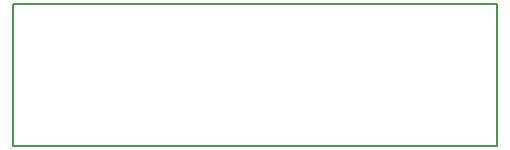
<source format=gbr>
G04 #@! TF.FileFunction,Profile,NP*
%FSLAX46Y46*%
G04 Gerber Fmt 4.6, Leading zero omitted, Abs format (unit mm)*
G04 Created by KiCad (PCBNEW 4.1.0-alpha+201609031632+7111~49~ubuntu14.04.1-product) date Mon Sep  5 16:25:14 2016*
%MOMM*%
%LPD*%
G01*
G04 APERTURE LIST*
%ADD10C,0.100000*%
%ADD11C,0.150000*%
G04 APERTURE END LIST*
D10*
D11*
X141000000Y-98000000D02*
X100000000Y-98000000D01*
X141000000Y-110000000D02*
X141000000Y-98000000D01*
X100000000Y-110000000D02*
X141000000Y-110000000D01*
X100000000Y-98000000D02*
X100000000Y-110000000D01*
M02*

</source>
